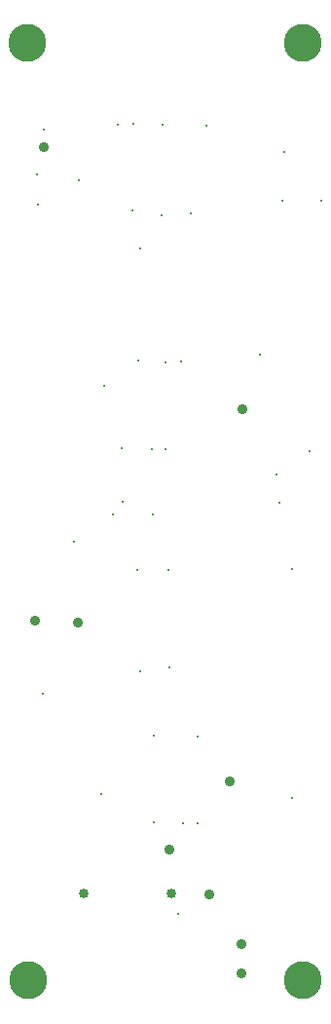
<source format=gbr>
%TF.GenerationSoftware,Altium Limited,Altium Designer,19.0.15 (446)*%
G04 Layer_Color=0*
%FSLAX42Y42*%
%MOMM*%
%TF.FileFunction,Plated,1,2,PTH,Drill*%
%TF.Part,Single*%
G01*
G75*
%TA.AperFunction,ComponentDrill*%
%ADD68C,0.90*%
%ADD69C,0.85*%
%ADD70C,0.90*%
%TA.AperFunction,ViaDrill,NotFilled*%
%ADD71C,3.30*%
%ADD72C,0.30*%
D68*
X4300Y11492D02*
D03*
X5917Y5985D02*
D03*
X4595Y7365D02*
D03*
X6022Y9215D02*
D03*
X4225Y7378D02*
D03*
X5735Y4997D02*
D03*
X5388Y5390D02*
D03*
D69*
X5407Y5010D02*
D03*
X4645D02*
D03*
D70*
X6015Y4569D02*
D03*
Y4315D02*
D03*
D71*
X6550Y12400D02*
D03*
X4150D02*
D03*
X4160Y4250D02*
D03*
X6550D02*
D03*
D72*
X4797Y5872D02*
D03*
X6607Y8853D02*
D03*
X4560Y8060D02*
D03*
X4822Y9418D02*
D03*
X4285Y6747D02*
D03*
X6460Y5838D02*
D03*
X5247Y8300D02*
D03*
X4895D02*
D03*
X5388Y6972D02*
D03*
X5133Y6938D02*
D03*
X5385Y7820D02*
D03*
X6345Y8405D02*
D03*
X6710Y11028D02*
D03*
X4300Y11643D02*
D03*
X4605Y11207D02*
D03*
X6370Y11028D02*
D03*
X6385Y11453D02*
D03*
X4945Y11685D02*
D03*
X5710Y11678D02*
D03*
X5138Y10612D02*
D03*
X4245Y10990D02*
D03*
X4235Y11257D02*
D03*
X5578Y10920D02*
D03*
X5325Y10903D02*
D03*
X5072Y10943D02*
D03*
X5488Y9630D02*
D03*
X6178Y9688D02*
D03*
X6317Y8650D02*
D03*
X5117Y9638D02*
D03*
X5075Y11697D02*
D03*
X5329Y11689D02*
D03*
X4985Y8415D02*
D03*
X4979Y8877D02*
D03*
X5238Y8865D02*
D03*
X5110Y7822D02*
D03*
X5360Y8870D02*
D03*
X5360Y9625D02*
D03*
X6453Y7828D02*
D03*
X5635Y6372D02*
D03*
X5635Y5613D02*
D03*
X5512Y5620D02*
D03*
X5253Y6383D02*
D03*
X5254Y5625D02*
D03*
X5470Y4828D02*
D03*
%TF.MD5,888faff6b9c43b313f48c855ed0be1e5*%
M02*

</source>
